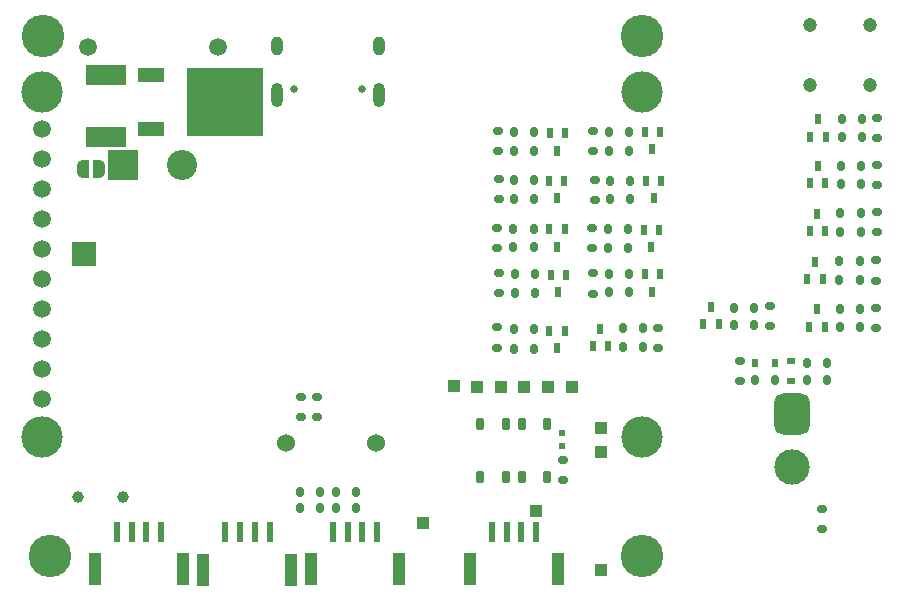
<source format=gbr>
%TF.GenerationSoftware,KiCad,Pcbnew,7.0.7*%
%TF.CreationDate,2023-08-17T16:49:06-04:00*%
%TF.ProjectId,eOPRA_interface,654f5052-415f-4696-9e74-657266616365,rev?*%
%TF.SameCoordinates,Original*%
%TF.FileFunction,Soldermask,Bot*%
%TF.FilePolarity,Negative*%
%FSLAX46Y46*%
G04 Gerber Fmt 4.6, Leading zero omitted, Abs format (unit mm)*
G04 Created by KiCad (PCBNEW 7.0.7) date 2023-08-17 16:49:06*
%MOMM*%
%LPD*%
G01*
G04 APERTURE LIST*
G04 Aperture macros list*
%AMRoundRect*
0 Rectangle with rounded corners*
0 $1 Rounding radius*
0 $2 $3 $4 $5 $6 $7 $8 $9 X,Y pos of 4 corners*
0 Add a 4 corners polygon primitive as box body*
4,1,4,$2,$3,$4,$5,$6,$7,$8,$9,$2,$3,0*
0 Add four circle primitives for the rounded corners*
1,1,$1+$1,$2,$3*
1,1,$1+$1,$4,$5*
1,1,$1+$1,$6,$7*
1,1,$1+$1,$8,$9*
0 Add four rect primitives between the rounded corners*
20,1,$1+$1,$2,$3,$4,$5,0*
20,1,$1+$1,$4,$5,$6,$7,0*
20,1,$1+$1,$6,$7,$8,$9,0*
20,1,$1+$1,$8,$9,$2,$3,0*%
%AMFreePoly0*
4,1,19,0.500000,-0.750000,0.000000,-0.750000,0.000000,-0.744911,-0.071157,-0.744911,-0.207708,-0.704816,-0.327430,-0.627875,-0.420627,-0.520320,-0.479746,-0.390866,-0.500000,-0.250000,-0.500000,0.250000,-0.479746,0.390866,-0.420627,0.520320,-0.327430,0.627875,-0.207708,0.704816,-0.071157,0.744911,0.000000,0.744911,0.000000,0.750000,0.500000,0.750000,0.500000,-0.750000,0.500000,-0.750000,
$1*%
%AMFreePoly1*
4,1,19,0.000000,0.744911,0.071157,0.744911,0.207708,0.704816,0.327430,0.627875,0.420627,0.520320,0.479746,0.390866,0.500000,0.250000,0.500000,-0.250000,0.479746,-0.390866,0.420627,-0.520320,0.327430,-0.627875,0.207708,-0.704816,0.071157,-0.744911,0.000000,-0.744911,0.000000,-0.750000,-0.500000,-0.750000,-0.500000,0.750000,0.000000,0.750000,0.000000,0.744911,0.000000,0.744911,
$1*%
G04 Aperture macros list end*
%ADD10RoundRect,0.187500X-0.187500X0.312500X-0.187500X-0.312500X0.187500X-0.312500X0.187500X0.312500X0*%
%ADD11RoundRect,0.187500X0.187500X-0.312500X0.187500X0.312500X-0.187500X0.312500X-0.187500X-0.312500X0*%
%ADD12C,1.508000*%
%ADD13C,2.550000*%
%ADD14R,2.550000X2.550000*%
%ADD15C,1.200000*%
%ADD16C,3.600000*%
%ADD17C,3.000000*%
%ADD18RoundRect,0.750000X0.750000X1.000000X-0.750000X1.000000X-0.750000X-1.000000X0.750000X-1.000000X0*%
%ADD19C,0.650000*%
%ADD20O,1.000000X2.100000*%
%ADD21O,1.000000X1.600000*%
%ADD22C,1.524000*%
%ADD23C,1.000000*%
%ADD24C,3.500000*%
%ADD25C,1.500000*%
%ADD26R,0.520000X0.830000*%
%ADD27RoundRect,0.150000X-0.150000X-0.250000X0.150000X-0.250000X0.150000X0.250000X-0.150000X0.250000X0*%
%ADD28RoundRect,0.150000X0.150000X0.250000X-0.150000X0.250000X-0.150000X-0.250000X0.150000X-0.250000X0*%
%ADD29R,1.000000X1.000000*%
%ADD30RoundRect,0.150000X0.250000X-0.150000X0.250000X0.150000X-0.250000X0.150000X-0.250000X-0.150000X0*%
%ADD31R,2.000000X2.000000*%
%ADD32RoundRect,0.150000X-0.250000X0.150000X-0.250000X-0.150000X0.250000X-0.150000X0.250000X0.150000X0*%
%ADD33R,1.000000X2.700000*%
%ADD34R,0.600000X1.700000*%
%ADD35R,2.200000X1.200000*%
%ADD36R,6.400000X5.800000*%
%ADD37R,0.600000X0.800000*%
%ADD38R,3.500000X1.780000*%
%ADD39FreePoly0,0.000000*%
%ADD40FreePoly1,0.000000*%
%ADD41R,0.600000X0.500000*%
%ADD42R,0.800000X0.600000*%
G04 APERTURE END LIST*
D10*
%TO.C,SW1*%
X139545000Y-110700000D03*
X141695000Y-110700000D03*
X139545000Y-115200000D03*
X141695000Y-115200000D03*
%TD*%
D11*
%TO.C,SW5*%
X145200000Y-115250000D03*
X143050000Y-115250000D03*
X145200000Y-110750000D03*
X143050000Y-110750000D03*
%TD*%
D12*
%TO.C,U5*%
X106300000Y-78800000D03*
X117300000Y-78800000D03*
D13*
X114300000Y-88800000D03*
D14*
X109300000Y-88800000D03*
%TD*%
D15*
%TO.C,SW4*%
X172505000Y-82025000D03*
X172505000Y-76945000D03*
X167425000Y-82025000D03*
X167425000Y-76945000D03*
%TD*%
D16*
%TO.C,U7*%
X153250000Y-77850000D03*
%TD*%
D17*
%TO.C,SW7*%
X165950000Y-114400000D03*
D18*
X165950000Y-109900000D03*
%TD*%
D19*
%TO.C,U1*%
X129525000Y-82380000D03*
X123745000Y-82380000D03*
D20*
X130955000Y-82880000D03*
D21*
X130955000Y-78700000D03*
D20*
X122315000Y-82880000D03*
D21*
X122315000Y-78700000D03*
%TD*%
D16*
%TO.C,U8*%
X153250000Y-121900000D03*
%TD*%
%TO.C,U6*%
X103100000Y-121900000D03*
%TD*%
%TO.C,U9*%
X102520000Y-77858175D03*
%TD*%
D22*
%TO.C,SP1*%
X123125000Y-112325000D03*
X130725000Y-112325000D03*
%TD*%
D23*
%TO.C,U2*%
X109330000Y-116900000D03*
X105520000Y-116900000D03*
%TD*%
D24*
%TO.C,U12*%
X102450000Y-82613175D03*
X102450000Y-111823175D03*
X153250000Y-82613175D03*
X153250000Y-111823175D03*
D25*
X102450000Y-85788175D03*
X102450000Y-88333175D03*
X102450000Y-90873175D03*
X102450000Y-93413175D03*
X102450000Y-95953175D03*
X102450000Y-98493175D03*
X102450000Y-101033175D03*
X102450000Y-103573175D03*
X102450000Y-106113175D03*
X102450000Y-108653175D03*
%TD*%
D26*
%TO.C,Q12*%
X150350000Y-104145000D03*
X149050000Y-104145000D03*
X149700000Y-102675000D03*
%TD*%
%TO.C,Q21*%
X168750000Y-90370000D03*
X167450000Y-90370000D03*
X168100000Y-88900000D03*
%TD*%
D27*
%TO.C,R43*%
X151625000Y-102625000D03*
X153325000Y-102625000D03*
%TD*%
D26*
%TO.C,Q10*%
X145400000Y-94250000D03*
X146700000Y-94250000D03*
X146050000Y-95720000D03*
%TD*%
D28*
%TO.C,R77*%
X164501748Y-107000000D03*
X162801748Y-107000000D03*
%TD*%
D29*
%TO.C,TP6*%
X147300000Y-107575000D03*
%TD*%
D30*
%TO.C,R51*%
X125725000Y-110125000D03*
X125725000Y-108425000D03*
%TD*%
D28*
%TO.C,R26*%
X144055000Y-102660000D03*
X142355000Y-102660000D03*
%TD*%
D27*
%TO.C,R68*%
X170145000Y-84900000D03*
X171845000Y-84900000D03*
%TD*%
D26*
%TO.C,Q29*%
X168800000Y-86410000D03*
X167500000Y-86410000D03*
X168150000Y-84940000D03*
%TD*%
%TO.C,Q25*%
X145425000Y-86130000D03*
X146725000Y-86130000D03*
X146075000Y-87600000D03*
%TD*%
D30*
%TO.C,R69*%
X141085000Y-91715000D03*
X141085000Y-90015000D03*
%TD*%
D26*
%TO.C,Q8*%
X159725000Y-102285000D03*
X158425000Y-102285000D03*
X159075000Y-100815000D03*
%TD*%
D27*
%TO.C,R78*%
X167175000Y-105550000D03*
X168875000Y-105550000D03*
%TD*%
D26*
%TO.C,Q19*%
X168525000Y-98495000D03*
X167225000Y-98495000D03*
X167875000Y-97025000D03*
%TD*%
D31*
%TO.C,TP2*%
X106020000Y-96358175D03*
%TD*%
D32*
%TO.C,R63*%
X173125000Y-92770000D03*
X173125000Y-94470000D03*
%TD*%
%TO.C,R22*%
X146575000Y-113775000D03*
X146575000Y-115475000D03*
%TD*%
D26*
%TO.C,Q2*%
X145380000Y-102865000D03*
X146680000Y-102865000D03*
X146030000Y-104335000D03*
%TD*%
D28*
%TO.C,R32*%
X152125000Y-99580000D03*
X150425000Y-99580000D03*
%TD*%
D33*
%TO.C,J1*%
X114375000Y-123037500D03*
X106925000Y-123037500D03*
D34*
X112525000Y-119837500D03*
X111275000Y-119837500D03*
X110025000Y-119837500D03*
X108775000Y-119837500D03*
%TD*%
D28*
%TO.C,R73*%
X144085000Y-91665000D03*
X142385000Y-91665000D03*
%TD*%
D32*
%TO.C,R33*%
X164100000Y-100750000D03*
X164100000Y-102450000D03*
%TD*%
D27*
%TO.C,R54*%
X170050000Y-90425000D03*
X171750000Y-90425000D03*
%TD*%
D32*
%TO.C,R8*%
X124350000Y-108425000D03*
X124350000Y-110125000D03*
%TD*%
D28*
%TO.C,R71*%
X144085000Y-90115000D03*
X142385000Y-90115000D03*
%TD*%
D26*
%TO.C,Q32*%
X145360000Y-90155000D03*
X146660000Y-90155000D03*
X146010000Y-91625000D03*
%TD*%
D30*
%TO.C,R19*%
X141125000Y-99645000D03*
X141125000Y-97945000D03*
%TD*%
%TO.C,R58*%
X141062500Y-87600000D03*
X141062500Y-85900000D03*
%TD*%
D27*
%TO.C,R34*%
X161050000Y-102350000D03*
X162750000Y-102350000D03*
%TD*%
D32*
%TO.C,R39*%
X154625000Y-102600000D03*
X154625000Y-104300000D03*
%TD*%
D35*
%TO.C,Q5*%
X111640000Y-85723175D03*
D36*
X117940000Y-83443175D03*
D35*
X111640000Y-81163175D03*
%TD*%
D27*
%TO.C,R41*%
X151625000Y-104200000D03*
X153325000Y-104200000D03*
%TD*%
D28*
%TO.C,R31*%
X152150000Y-98030000D03*
X150450000Y-98030000D03*
%TD*%
%TO.C,R49*%
X152075000Y-95795000D03*
X150375000Y-95795000D03*
%TD*%
%TO.C,R59*%
X152260000Y-90155000D03*
X150560000Y-90155000D03*
%TD*%
D26*
%TO.C,Q6*%
X153450000Y-98070000D03*
X154750000Y-98070000D03*
X154100000Y-99540000D03*
%TD*%
D30*
%TO.C,R79*%
X168450000Y-119625000D03*
X168450000Y-117925000D03*
%TD*%
D28*
%TO.C,R60*%
X144100000Y-86025000D03*
X142400000Y-86025000D03*
%TD*%
D29*
%TO.C,TP5*%
X137300000Y-107550000D03*
%TD*%
D27*
%TO.C,R44*%
X170000000Y-101010000D03*
X171700000Y-101010000D03*
%TD*%
D30*
%TO.C,R57*%
X149235000Y-91755000D03*
X149235000Y-90055000D03*
%TD*%
D27*
%TO.C,R42*%
X170000000Y-102535000D03*
X171700000Y-102535000D03*
%TD*%
D28*
%TO.C,R74*%
X152167500Y-87600000D03*
X150467500Y-87600000D03*
%TD*%
%TO.C,R47*%
X152075000Y-94245000D03*
X150375000Y-94245000D03*
%TD*%
D26*
%TO.C,Q16*%
X153375000Y-94285000D03*
X154675000Y-94285000D03*
X154025000Y-95755000D03*
%TD*%
D29*
%TO.C,TP7*%
X139305000Y-107600000D03*
%TD*%
%TO.C,TP10*%
X134725000Y-119075000D03*
%TD*%
D37*
%TO.C,C27*%
X162801748Y-105575000D03*
X164501748Y-105575000D03*
%TD*%
D26*
%TO.C,Q24*%
X153560000Y-90170000D03*
X154860000Y-90170000D03*
X154210000Y-91640000D03*
%TD*%
D30*
%TO.C,R70*%
X149092500Y-87650000D03*
X149092500Y-85950000D03*
%TD*%
D28*
%TO.C,R61*%
X152235000Y-91680000D03*
X150535000Y-91680000D03*
%TD*%
%TO.C,R9*%
X126000000Y-116450000D03*
X124300000Y-116450000D03*
%TD*%
D29*
%TO.C,TP13*%
X149750000Y-123100000D03*
%TD*%
D27*
%TO.C,R56*%
X170050000Y-88850000D03*
X171750000Y-88850000D03*
%TD*%
D30*
%TO.C,R45*%
X149000000Y-95845000D03*
X149000000Y-94145000D03*
%TD*%
D27*
%TO.C,R66*%
X170145000Y-86450000D03*
X171845000Y-86450000D03*
%TD*%
D28*
%TO.C,R72*%
X152142500Y-86050000D03*
X150442500Y-86050000D03*
%TD*%
%TO.C,R5*%
X144055000Y-104385000D03*
X142355000Y-104385000D03*
%TD*%
D27*
%TO.C,R65*%
X170038690Y-94480000D03*
X171738690Y-94480000D03*
%TD*%
D26*
%TO.C,Q28*%
X168738690Y-94425000D03*
X167438690Y-94425000D03*
X168088690Y-92955000D03*
%TD*%
D30*
%TO.C,R36*%
X140975000Y-95810000D03*
X140975000Y-94110000D03*
%TD*%
D26*
%TO.C,Q4*%
X145500000Y-98110000D03*
X146800000Y-98110000D03*
X146150000Y-99580000D03*
%TD*%
D28*
%TO.C,R62*%
X144100000Y-87600000D03*
X142400000Y-87600000D03*
%TD*%
D38*
%TO.C,F1*%
X107895000Y-86395675D03*
X107895000Y-81165675D03*
%TD*%
D32*
%TO.C,R76*%
X161501748Y-105400000D03*
X161501748Y-107100000D03*
%TD*%
D29*
%TO.C,TP9*%
X149800000Y-113075000D03*
%TD*%
D27*
%TO.C,R53*%
X169950000Y-98535000D03*
X171650000Y-98535000D03*
%TD*%
D33*
%TO.C,J3*%
X123550000Y-123075000D03*
X116100000Y-123075000D03*
D34*
X121700000Y-119875000D03*
X120450000Y-119875000D03*
X119200000Y-119875000D03*
X117950000Y-119875000D03*
%TD*%
D27*
%TO.C,R55*%
X169950000Y-96960000D03*
X171650000Y-96960000D03*
%TD*%
D26*
%TO.C,Q33*%
X153467500Y-85980000D03*
X154767500Y-85980000D03*
X154117500Y-87450000D03*
%TD*%
D28*
%TO.C,R21*%
X125990000Y-117850000D03*
X124290000Y-117850000D03*
%TD*%
D27*
%TO.C,R35*%
X161050000Y-100875000D03*
X162750000Y-100875000D03*
%TD*%
D28*
%TO.C,R48*%
X144150000Y-99620000D03*
X142450000Y-99620000D03*
%TD*%
D32*
%TO.C,R50*%
X173050000Y-96885000D03*
X173050000Y-98585000D03*
%TD*%
D39*
%TO.C,JP1*%
X105945000Y-89158175D03*
D40*
X107245000Y-89158175D03*
%TD*%
D30*
%TO.C,R30*%
X149050000Y-99685000D03*
X149050000Y-97985000D03*
%TD*%
D32*
%TO.C,R52*%
X173150000Y-88835000D03*
X173150000Y-90535000D03*
%TD*%
D29*
%TO.C,TP11*%
X143275000Y-107575000D03*
%TD*%
D33*
%TO.C,J7*%
X146125000Y-123050000D03*
X138675000Y-123050000D03*
D34*
X144275000Y-119850000D03*
X143025000Y-119850000D03*
X141775000Y-119850000D03*
X140525000Y-119850000D03*
%TD*%
D26*
%TO.C,Q13*%
X168700000Y-102495000D03*
X167400000Y-102495000D03*
X168050000Y-101025000D03*
%TD*%
D41*
%TO.C,C35*%
X146500000Y-111525000D03*
X146500000Y-112625000D03*
%TD*%
D27*
%TO.C,R12*%
X127330000Y-117870000D03*
X129030000Y-117870000D03*
%TD*%
%TO.C,R67*%
X170038690Y-92905000D03*
X171738690Y-92905000D03*
%TD*%
D32*
%TO.C,R40*%
X173050000Y-100935000D03*
X173050000Y-102635000D03*
%TD*%
D30*
%TO.C,R3*%
X140960000Y-104260000D03*
X140960000Y-102560000D03*
%TD*%
D32*
%TO.C,R64*%
X173145000Y-84800000D03*
X173145000Y-86500000D03*
%TD*%
D29*
%TO.C,TP12*%
X141305000Y-107600000D03*
%TD*%
%TO.C,TP4*%
X144275000Y-118100000D03*
%TD*%
D42*
%TO.C,C26*%
X165875000Y-107125000D03*
X165875000Y-105425000D03*
%TD*%
D33*
%TO.C,J8*%
X132650000Y-123050000D03*
X125200000Y-123050000D03*
D34*
X130800000Y-119850000D03*
X129550000Y-119850000D03*
X128300000Y-119850000D03*
X127050000Y-119850000D03*
%TD*%
D28*
%TO.C,R75*%
X168900000Y-106975000D03*
X167200000Y-106975000D03*
%TD*%
%TO.C,R37*%
X144050000Y-94185000D03*
X142350000Y-94185000D03*
%TD*%
D27*
%TO.C,R10*%
X127325000Y-116450000D03*
X129025000Y-116450000D03*
%TD*%
D29*
%TO.C,TP8*%
X145300000Y-107600000D03*
%TD*%
D28*
%TO.C,R38*%
X144050000Y-95760000D03*
X142350000Y-95760000D03*
%TD*%
D29*
%TO.C,TP1*%
X149775000Y-111075000D03*
%TD*%
D28*
%TO.C,R46*%
X144175000Y-98045000D03*
X142475000Y-98045000D03*
%TD*%
M02*

</source>
